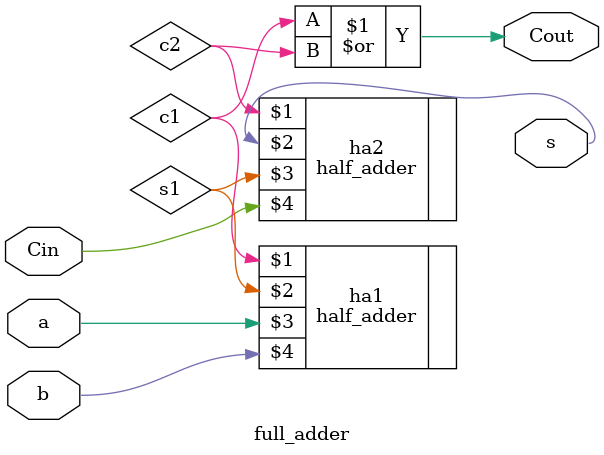
<source format=v>
`timescale 1ns / 1ps
module full_adder (output Cout, s, input a, b, Cin);
  wire c1, c2, s1;
  half_adder ha1 (c1, s1, a , b);
  half_adder ha2 (c2, s , s1, Cin);
  or (Cout, c1, c2);
endmodule
</source>
